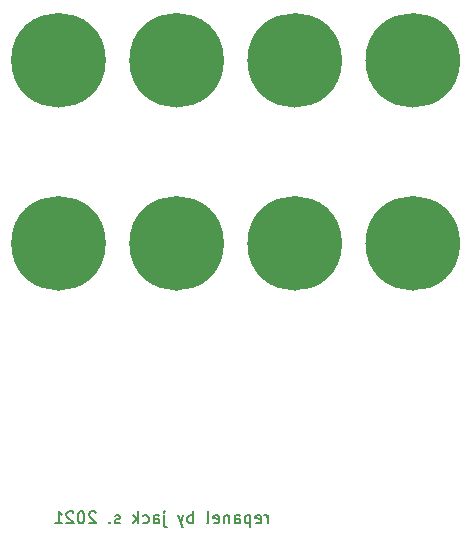
<source format=gbr>
G04 #@! TF.GenerationSoftware,KiCad,Pcbnew,(5.1.5-0)*
G04 #@! TF.CreationDate,2021-01-12T22:40:15-08:00*
G04 #@! TF.ProjectId,icbina,69636269-6e61-42e6-9b69-6361645f7063,rev?*
G04 #@! TF.SameCoordinates,Original*
G04 #@! TF.FileFunction,Soldermask,Bot*
G04 #@! TF.FilePolarity,Negative*
%FSLAX46Y46*%
G04 Gerber Fmt 4.6, Leading zero omitted, Abs format (unit mm)*
G04 Created by KiCad (PCBNEW (5.1.5-0)) date 2021-01-12 22:40:15*
%MOMM*%
%LPD*%
G04 APERTURE LIST*
%ADD10C,0.150000*%
%ADD11C,1.000000*%
%ADD12C,0.100000*%
G04 APERTURE END LIST*
D10*
X122726190Y-151452380D02*
X122726190Y-150785714D01*
X122726190Y-150976190D02*
X122678571Y-150880952D01*
X122630952Y-150833333D01*
X122535714Y-150785714D01*
X122440476Y-150785714D01*
X121726190Y-151404761D02*
X121821428Y-151452380D01*
X122011904Y-151452380D01*
X122107142Y-151404761D01*
X122154761Y-151309523D01*
X122154761Y-150928571D01*
X122107142Y-150833333D01*
X122011904Y-150785714D01*
X121821428Y-150785714D01*
X121726190Y-150833333D01*
X121678571Y-150928571D01*
X121678571Y-151023809D01*
X122154761Y-151119047D01*
X121250000Y-150785714D02*
X121250000Y-151785714D01*
X121250000Y-150833333D02*
X121154761Y-150785714D01*
X120964285Y-150785714D01*
X120869047Y-150833333D01*
X120821428Y-150880952D01*
X120773809Y-150976190D01*
X120773809Y-151261904D01*
X120821428Y-151357142D01*
X120869047Y-151404761D01*
X120964285Y-151452380D01*
X121154761Y-151452380D01*
X121250000Y-151404761D01*
X119916666Y-151452380D02*
X119916666Y-150928571D01*
X119964285Y-150833333D01*
X120059523Y-150785714D01*
X120250000Y-150785714D01*
X120345238Y-150833333D01*
X119916666Y-151404761D02*
X120011904Y-151452380D01*
X120250000Y-151452380D01*
X120345238Y-151404761D01*
X120392857Y-151309523D01*
X120392857Y-151214285D01*
X120345238Y-151119047D01*
X120250000Y-151071428D01*
X120011904Y-151071428D01*
X119916666Y-151023809D01*
X119440476Y-150785714D02*
X119440476Y-151452380D01*
X119440476Y-150880952D02*
X119392857Y-150833333D01*
X119297619Y-150785714D01*
X119154761Y-150785714D01*
X119059523Y-150833333D01*
X119011904Y-150928571D01*
X119011904Y-151452380D01*
X118154761Y-151404761D02*
X118250000Y-151452380D01*
X118440476Y-151452380D01*
X118535714Y-151404761D01*
X118583333Y-151309523D01*
X118583333Y-150928571D01*
X118535714Y-150833333D01*
X118440476Y-150785714D01*
X118250000Y-150785714D01*
X118154761Y-150833333D01*
X118107142Y-150928571D01*
X118107142Y-151023809D01*
X118583333Y-151119047D01*
X117535714Y-151452380D02*
X117630952Y-151404761D01*
X117678571Y-151309523D01*
X117678571Y-150452380D01*
X116392857Y-151452380D02*
X116392857Y-150452380D01*
X116392857Y-150833333D02*
X116297619Y-150785714D01*
X116107142Y-150785714D01*
X116011904Y-150833333D01*
X115964285Y-150880952D01*
X115916666Y-150976190D01*
X115916666Y-151261904D01*
X115964285Y-151357142D01*
X116011904Y-151404761D01*
X116107142Y-151452380D01*
X116297619Y-151452380D01*
X116392857Y-151404761D01*
X115583333Y-150785714D02*
X115345238Y-151452380D01*
X115107142Y-150785714D02*
X115345238Y-151452380D01*
X115440476Y-151690476D01*
X115488095Y-151738095D01*
X115583333Y-151785714D01*
X113964285Y-150785714D02*
X113964285Y-151642857D01*
X114011904Y-151738095D01*
X114107142Y-151785714D01*
X114154761Y-151785714D01*
X113964285Y-150452380D02*
X114011904Y-150500000D01*
X113964285Y-150547619D01*
X113916666Y-150500000D01*
X113964285Y-150452380D01*
X113964285Y-150547619D01*
X113059523Y-151452380D02*
X113059523Y-150928571D01*
X113107142Y-150833333D01*
X113202380Y-150785714D01*
X113392857Y-150785714D01*
X113488095Y-150833333D01*
X113059523Y-151404761D02*
X113154761Y-151452380D01*
X113392857Y-151452380D01*
X113488095Y-151404761D01*
X113535714Y-151309523D01*
X113535714Y-151214285D01*
X113488095Y-151119047D01*
X113392857Y-151071428D01*
X113154761Y-151071428D01*
X113059523Y-151023809D01*
X112154761Y-151404761D02*
X112250000Y-151452380D01*
X112440476Y-151452380D01*
X112535714Y-151404761D01*
X112583333Y-151357142D01*
X112630952Y-151261904D01*
X112630952Y-150976190D01*
X112583333Y-150880952D01*
X112535714Y-150833333D01*
X112440476Y-150785714D01*
X112250000Y-150785714D01*
X112154761Y-150833333D01*
X111726190Y-151452380D02*
X111726190Y-150452380D01*
X111630952Y-151071428D02*
X111345238Y-151452380D01*
X111345238Y-150785714D02*
X111726190Y-151166666D01*
X110202380Y-151404761D02*
X110107142Y-151452380D01*
X109916666Y-151452380D01*
X109821428Y-151404761D01*
X109773809Y-151309523D01*
X109773809Y-151261904D01*
X109821428Y-151166666D01*
X109916666Y-151119047D01*
X110059523Y-151119047D01*
X110154761Y-151071428D01*
X110202380Y-150976190D01*
X110202380Y-150928571D01*
X110154761Y-150833333D01*
X110059523Y-150785714D01*
X109916666Y-150785714D01*
X109821428Y-150833333D01*
X109345238Y-151357142D02*
X109297619Y-151404761D01*
X109345238Y-151452380D01*
X109392857Y-151404761D01*
X109345238Y-151357142D01*
X109345238Y-151452380D01*
X108154761Y-150547619D02*
X108107142Y-150500000D01*
X108011904Y-150452380D01*
X107773809Y-150452380D01*
X107678571Y-150500000D01*
X107630952Y-150547619D01*
X107583333Y-150642857D01*
X107583333Y-150738095D01*
X107630952Y-150880952D01*
X108202380Y-151452380D01*
X107583333Y-151452380D01*
X106964285Y-150452380D02*
X106869047Y-150452380D01*
X106773809Y-150500000D01*
X106726190Y-150547619D01*
X106678571Y-150642857D01*
X106630952Y-150833333D01*
X106630952Y-151071428D01*
X106678571Y-151261904D01*
X106726190Y-151357142D01*
X106773809Y-151404761D01*
X106869047Y-151452380D01*
X106964285Y-151452380D01*
X107059523Y-151404761D01*
X107107142Y-151357142D01*
X107154761Y-151261904D01*
X107202380Y-151071428D01*
X107202380Y-150833333D01*
X107154761Y-150642857D01*
X107107142Y-150547619D01*
X107059523Y-150500000D01*
X106964285Y-150452380D01*
X106250000Y-150547619D02*
X106202380Y-150500000D01*
X106107142Y-150452380D01*
X105869047Y-150452380D01*
X105773809Y-150500000D01*
X105726190Y-150547619D01*
X105678571Y-150642857D01*
X105678571Y-150738095D01*
X105726190Y-150880952D01*
X106297619Y-151452380D01*
X105678571Y-151452380D01*
X104726190Y-151452380D02*
X105297619Y-151452380D01*
X105011904Y-151452380D02*
X105011904Y-150452380D01*
X105107142Y-150595238D01*
X105202380Y-150690476D01*
X105297619Y-150738095D01*
D11*
X108500000Y-112250000D02*
G75*
G03X108500000Y-112250000I-3500000J0D01*
G01*
X118500000Y-112250000D02*
G75*
G03X118500000Y-112250000I-3500000J0D01*
G01*
X128500000Y-112250000D02*
G75*
G03X128500000Y-112250000I-3500000J0D01*
G01*
X138500000Y-112250000D02*
G75*
G03X138500000Y-112250000I-3500000J0D01*
G01*
X138500000Y-127750000D02*
G75*
G03X138500000Y-127750000I-3500000J0D01*
G01*
X108500000Y-127750000D02*
G75*
G03X108500000Y-127750000I-3500000J0D01*
G01*
X118500000Y-127750000D02*
G75*
G03X118500000Y-127750000I-3500000J0D01*
G01*
X128500000Y-127750000D02*
G75*
G03X128500000Y-127750000I-3500000J0D01*
G01*
D12*
G36*
X135604975Y-124708585D02*
G01*
X135904528Y-124768170D01*
X136468874Y-125001930D01*
X136976772Y-125341296D01*
X137408704Y-125773228D01*
X137748070Y-126281126D01*
X137981830Y-126845472D01*
X138101000Y-127444578D01*
X138101000Y-128055422D01*
X137981830Y-128654528D01*
X137748070Y-129218874D01*
X137408704Y-129726772D01*
X136976772Y-130158704D01*
X136468874Y-130498070D01*
X135904528Y-130731830D01*
X135604975Y-130791415D01*
X135305423Y-130851000D01*
X134694577Y-130851000D01*
X134395025Y-130791415D01*
X134095472Y-130731830D01*
X133531126Y-130498070D01*
X133023228Y-130158704D01*
X132591296Y-129726772D01*
X132251930Y-129218874D01*
X132018170Y-128654528D01*
X131899000Y-128055422D01*
X131899000Y-127444578D01*
X132018170Y-126845472D01*
X132251930Y-126281126D01*
X132591296Y-125773228D01*
X133023228Y-125341296D01*
X133531126Y-125001930D01*
X134095472Y-124768170D01*
X134395025Y-124708585D01*
X134694577Y-124649000D01*
X135305423Y-124649000D01*
X135604975Y-124708585D01*
G37*
G36*
X125604975Y-124708585D02*
G01*
X125904528Y-124768170D01*
X126468874Y-125001930D01*
X126976772Y-125341296D01*
X127408704Y-125773228D01*
X127748070Y-126281126D01*
X127981830Y-126845472D01*
X128101000Y-127444578D01*
X128101000Y-128055422D01*
X127981830Y-128654528D01*
X127748070Y-129218874D01*
X127408704Y-129726772D01*
X126976772Y-130158704D01*
X126468874Y-130498070D01*
X125904528Y-130731830D01*
X125604975Y-130791415D01*
X125305423Y-130851000D01*
X124694577Y-130851000D01*
X124395025Y-130791415D01*
X124095472Y-130731830D01*
X123531126Y-130498070D01*
X123023228Y-130158704D01*
X122591296Y-129726772D01*
X122251930Y-129218874D01*
X122018170Y-128654528D01*
X121899000Y-128055422D01*
X121899000Y-127444578D01*
X122018170Y-126845472D01*
X122251930Y-126281126D01*
X122591296Y-125773228D01*
X123023228Y-125341296D01*
X123531126Y-125001930D01*
X124095472Y-124768170D01*
X124395025Y-124708585D01*
X124694577Y-124649000D01*
X125305423Y-124649000D01*
X125604975Y-124708585D01*
G37*
G36*
X115604975Y-124708585D02*
G01*
X115904528Y-124768170D01*
X116468874Y-125001930D01*
X116976772Y-125341296D01*
X117408704Y-125773228D01*
X117748070Y-126281126D01*
X117981830Y-126845472D01*
X118101000Y-127444578D01*
X118101000Y-128055422D01*
X117981830Y-128654528D01*
X117748070Y-129218874D01*
X117408704Y-129726772D01*
X116976772Y-130158704D01*
X116468874Y-130498070D01*
X115904528Y-130731830D01*
X115604975Y-130791415D01*
X115305423Y-130851000D01*
X114694577Y-130851000D01*
X114395025Y-130791415D01*
X114095472Y-130731830D01*
X113531126Y-130498070D01*
X113023228Y-130158704D01*
X112591296Y-129726772D01*
X112251930Y-129218874D01*
X112018170Y-128654528D01*
X111899000Y-128055422D01*
X111899000Y-127444578D01*
X112018170Y-126845472D01*
X112251930Y-126281126D01*
X112591296Y-125773228D01*
X113023228Y-125341296D01*
X113531126Y-125001930D01*
X114095472Y-124768170D01*
X114395025Y-124708585D01*
X114694577Y-124649000D01*
X115305423Y-124649000D01*
X115604975Y-124708585D01*
G37*
G36*
X105604975Y-124708585D02*
G01*
X105904528Y-124768170D01*
X106468874Y-125001930D01*
X106976772Y-125341296D01*
X107408704Y-125773228D01*
X107748070Y-126281126D01*
X107981830Y-126845472D01*
X108101000Y-127444578D01*
X108101000Y-128055422D01*
X107981830Y-128654528D01*
X107748070Y-129218874D01*
X107408704Y-129726772D01*
X106976772Y-130158704D01*
X106468874Y-130498070D01*
X105904528Y-130731830D01*
X105604975Y-130791415D01*
X105305423Y-130851000D01*
X104694577Y-130851000D01*
X104395025Y-130791415D01*
X104095472Y-130731830D01*
X103531126Y-130498070D01*
X103023228Y-130158704D01*
X102591296Y-129726772D01*
X102251930Y-129218874D01*
X102018170Y-128654528D01*
X101899000Y-128055422D01*
X101899000Y-127444578D01*
X102018170Y-126845472D01*
X102251930Y-126281126D01*
X102591296Y-125773228D01*
X103023228Y-125341296D01*
X103531126Y-125001930D01*
X104095472Y-124768170D01*
X104395025Y-124708585D01*
X104694577Y-124649000D01*
X105305423Y-124649000D01*
X105604975Y-124708585D01*
G37*
G36*
X135604975Y-109208585D02*
G01*
X135904528Y-109268170D01*
X136468874Y-109501930D01*
X136976772Y-109841296D01*
X137408704Y-110273228D01*
X137748070Y-110781126D01*
X137981830Y-111345472D01*
X138101000Y-111944578D01*
X138101000Y-112555422D01*
X137981830Y-113154528D01*
X137748070Y-113718874D01*
X137408704Y-114226772D01*
X136976772Y-114658704D01*
X136468874Y-114998070D01*
X135904528Y-115231830D01*
X135604975Y-115291415D01*
X135305423Y-115351000D01*
X134694577Y-115351000D01*
X134395025Y-115291415D01*
X134095472Y-115231830D01*
X133531126Y-114998070D01*
X133023228Y-114658704D01*
X132591296Y-114226772D01*
X132251930Y-113718874D01*
X132018170Y-113154528D01*
X131899000Y-112555422D01*
X131899000Y-111944578D01*
X132018170Y-111345472D01*
X132251930Y-110781126D01*
X132591296Y-110273228D01*
X133023228Y-109841296D01*
X133531126Y-109501930D01*
X134095472Y-109268170D01*
X134395025Y-109208585D01*
X134694577Y-109149000D01*
X135305423Y-109149000D01*
X135604975Y-109208585D01*
G37*
G36*
X125604975Y-109208585D02*
G01*
X125904528Y-109268170D01*
X126468874Y-109501930D01*
X126976772Y-109841296D01*
X127408704Y-110273228D01*
X127748070Y-110781126D01*
X127981830Y-111345472D01*
X128101000Y-111944578D01*
X128101000Y-112555422D01*
X127981830Y-113154528D01*
X127748070Y-113718874D01*
X127408704Y-114226772D01*
X126976772Y-114658704D01*
X126468874Y-114998070D01*
X125904528Y-115231830D01*
X125604975Y-115291415D01*
X125305423Y-115351000D01*
X124694577Y-115351000D01*
X124395025Y-115291415D01*
X124095472Y-115231830D01*
X123531126Y-114998070D01*
X123023228Y-114658704D01*
X122591296Y-114226772D01*
X122251930Y-113718874D01*
X122018170Y-113154528D01*
X121899000Y-112555422D01*
X121899000Y-111944578D01*
X122018170Y-111345472D01*
X122251930Y-110781126D01*
X122591296Y-110273228D01*
X123023228Y-109841296D01*
X123531126Y-109501930D01*
X124095472Y-109268170D01*
X124395025Y-109208585D01*
X124694577Y-109149000D01*
X125305423Y-109149000D01*
X125604975Y-109208585D01*
G37*
G36*
X115604975Y-109208585D02*
G01*
X115904528Y-109268170D01*
X116468874Y-109501930D01*
X116976772Y-109841296D01*
X117408704Y-110273228D01*
X117748070Y-110781126D01*
X117981830Y-111345472D01*
X118101000Y-111944578D01*
X118101000Y-112555422D01*
X117981830Y-113154528D01*
X117748070Y-113718874D01*
X117408704Y-114226772D01*
X116976772Y-114658704D01*
X116468874Y-114998070D01*
X115904528Y-115231830D01*
X115604975Y-115291415D01*
X115305423Y-115351000D01*
X114694577Y-115351000D01*
X114395025Y-115291415D01*
X114095472Y-115231830D01*
X113531126Y-114998070D01*
X113023228Y-114658704D01*
X112591296Y-114226772D01*
X112251930Y-113718874D01*
X112018170Y-113154528D01*
X111899000Y-112555422D01*
X111899000Y-111944578D01*
X112018170Y-111345472D01*
X112251930Y-110781126D01*
X112591296Y-110273228D01*
X113023228Y-109841296D01*
X113531126Y-109501930D01*
X114095472Y-109268170D01*
X114395025Y-109208585D01*
X114694577Y-109149000D01*
X115305423Y-109149000D01*
X115604975Y-109208585D01*
G37*
G36*
X105604975Y-109208585D02*
G01*
X105904528Y-109268170D01*
X106468874Y-109501930D01*
X106976772Y-109841296D01*
X107408704Y-110273228D01*
X107748070Y-110781126D01*
X107981830Y-111345472D01*
X108101000Y-111944578D01*
X108101000Y-112555422D01*
X107981830Y-113154528D01*
X107748070Y-113718874D01*
X107408704Y-114226772D01*
X106976772Y-114658704D01*
X106468874Y-114998070D01*
X105904528Y-115231830D01*
X105604975Y-115291415D01*
X105305423Y-115351000D01*
X104694577Y-115351000D01*
X104395025Y-115291415D01*
X104095472Y-115231830D01*
X103531126Y-114998070D01*
X103023228Y-114658704D01*
X102591296Y-114226772D01*
X102251930Y-113718874D01*
X102018170Y-113154528D01*
X101899000Y-112555422D01*
X101899000Y-111944578D01*
X102018170Y-111345472D01*
X102251930Y-110781126D01*
X102591296Y-110273228D01*
X103023228Y-109841296D01*
X103531126Y-109501930D01*
X104095472Y-109268170D01*
X104395025Y-109208585D01*
X104694577Y-109149000D01*
X105305423Y-109149000D01*
X105604975Y-109208585D01*
G37*
M02*

</source>
